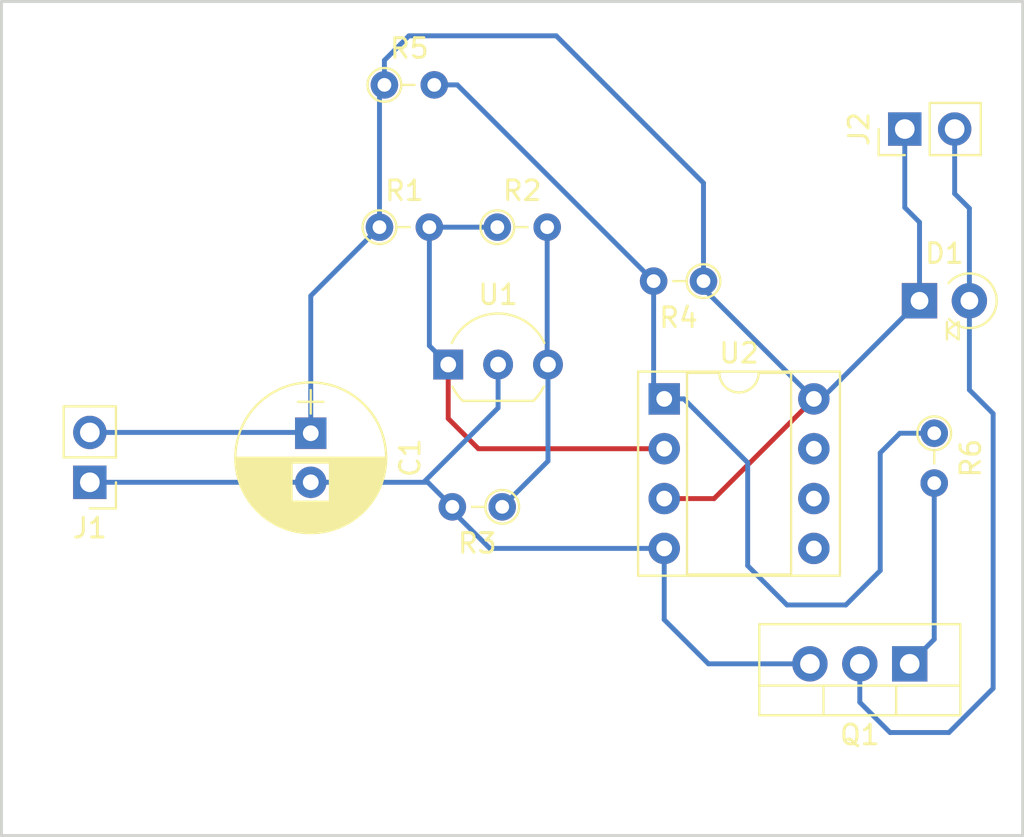
<source format=kicad_pcb>
(kicad_pcb (version 4) (host pcbnew 4.0.7)

  (general
    (links 24)
    (no_connects 0)
    (area 93.924999 75.924999 146.075001 118.575001)
    (thickness 1.6)
    (drawings 4)
    (tracks 67)
    (zones 0)
    (modules 13)
    (nets 8)
  )

  (page A4)
  (layers
    (0 F.Cu signal)
    (31 B.Cu signal)
    (32 B.Adhes user)
    (33 F.Adhes user)
    (34 B.Paste user)
    (35 F.Paste user)
    (36 B.SilkS user)
    (37 F.SilkS user)
    (38 B.Mask user)
    (39 F.Mask user)
    (40 Dwgs.User user)
    (41 Cmts.User user)
    (42 Eco1.User user)
    (43 Eco2.User user)
    (44 Edge.Cuts user)
    (45 Margin user)
    (46 B.CrtYd user)
    (47 F.CrtYd user)
    (48 B.Fab user)
    (49 F.Fab user)
  )

  (setup
    (last_trace_width 0.25)
    (trace_clearance 0.2)
    (zone_clearance 0.508)
    (zone_45_only no)
    (trace_min 0.2)
    (segment_width 0.2)
    (edge_width 0.15)
    (via_size 0.6)
    (via_drill 0.4)
    (via_min_size 0.4)
    (via_min_drill 0.3)
    (uvia_size 0.3)
    (uvia_drill 0.1)
    (uvias_allowed no)
    (uvia_min_size 0.2)
    (uvia_min_drill 0.1)
    (pcb_text_width 0.3)
    (pcb_text_size 1.5 1.5)
    (mod_edge_width 0.15)
    (mod_text_size 1 1)
    (mod_text_width 0.15)
    (pad_size 1.524 1.524)
    (pad_drill 0.762)
    (pad_to_mask_clearance 0.2)
    (aux_axis_origin 0 0)
    (visible_elements FFFFFF7F)
    (pcbplotparams
      (layerselection 0x00030_80000001)
      (usegerberextensions false)
      (excludeedgelayer true)
      (linewidth 0.100000)
      (plotframeref false)
      (viasonmask false)
      (mode 1)
      (useauxorigin false)
      (hpglpennumber 1)
      (hpglpenspeed 20)
      (hpglpendiameter 15)
      (hpglpenoverlay 2)
      (psnegative false)
      (psa4output false)
      (plotreference true)
      (plotvalue true)
      (plotinvisibletext false)
      (padsonsilk false)
      (subtractmaskfromsilk false)
      (outputformat 1)
      (mirror false)
      (drillshape 1)
      (scaleselection 1)
      (outputdirectory ""))
  )

  (net 0 "")
  (net 1 VCC)
  (net 2 GND)
  (net 3 "Net-(D1-Pad2)")
  (net 4 "Net-(Q1-Pad1)")
  (net 5 "Net-(R1-Pad2)")
  (net 6 "Net-(R2-Pad2)")
  (net 7 "Net-(R4-Pad2)")

  (net_class Default "This is the default net class."
    (clearance 0.2)
    (trace_width 0.25)
    (via_dia 0.6)
    (via_drill 0.4)
    (uvia_dia 0.3)
    (uvia_drill 0.1)
    (add_net GND)
    (add_net "Net-(D1-Pad2)")
    (add_net "Net-(Q1-Pad1)")
    (add_net "Net-(R1-Pad2)")
    (add_net "Net-(R2-Pad2)")
    (add_net "Net-(R4-Pad2)")
    (add_net VCC)
  )

  (module Capacitors_THT:CP_Radial_D7.5mm_P2.50mm (layer F.Cu) (tedit 597BC7C2) (tstamp 5A33E5F7)
    (at 109.75 98 270)
    (descr "CP, Radial series, Radial, pin pitch=2.50mm, , diameter=7.5mm, Electrolytic Capacitor")
    (tags "CP Radial series Radial pin pitch 2.50mm  diameter 7.5mm Electrolytic Capacitor")
    (path /5A33F2DB)
    (fp_text reference C1 (at 1.25 -5.06 270) (layer F.SilkS)
      (effects (font (size 1 1) (thickness 0.15)))
    )
    (fp_text value CP (at 1.25 5.06 270) (layer F.Fab)
      (effects (font (size 1 1) (thickness 0.15)))
    )
    (fp_circle (center 1.25 0) (end 5 0) (layer F.Fab) (width 0.1))
    (fp_circle (center 1.25 0) (end 5.09 0) (layer F.SilkS) (width 0.12))
    (fp_line (start -2.2 0) (end -1 0) (layer F.Fab) (width 0.1))
    (fp_line (start -1.6 -0.65) (end -1.6 0.65) (layer F.Fab) (width 0.1))
    (fp_line (start 1.25 -3.8) (end 1.25 3.8) (layer F.SilkS) (width 0.12))
    (fp_line (start 1.29 -3.8) (end 1.29 3.8) (layer F.SilkS) (width 0.12))
    (fp_line (start 1.33 -3.8) (end 1.33 3.8) (layer F.SilkS) (width 0.12))
    (fp_line (start 1.37 -3.799) (end 1.37 3.799) (layer F.SilkS) (width 0.12))
    (fp_line (start 1.41 -3.797) (end 1.41 3.797) (layer F.SilkS) (width 0.12))
    (fp_line (start 1.45 -3.795) (end 1.45 3.795) (layer F.SilkS) (width 0.12))
    (fp_line (start 1.49 -3.793) (end 1.49 3.793) (layer F.SilkS) (width 0.12))
    (fp_line (start 1.53 -3.79) (end 1.53 -0.98) (layer F.SilkS) (width 0.12))
    (fp_line (start 1.53 0.98) (end 1.53 3.79) (layer F.SilkS) (width 0.12))
    (fp_line (start 1.57 -3.787) (end 1.57 -0.98) (layer F.SilkS) (width 0.12))
    (fp_line (start 1.57 0.98) (end 1.57 3.787) (layer F.SilkS) (width 0.12))
    (fp_line (start 1.61 -3.784) (end 1.61 -0.98) (layer F.SilkS) (width 0.12))
    (fp_line (start 1.61 0.98) (end 1.61 3.784) (layer F.SilkS) (width 0.12))
    (fp_line (start 1.65 -3.78) (end 1.65 -0.98) (layer F.SilkS) (width 0.12))
    (fp_line (start 1.65 0.98) (end 1.65 3.78) (layer F.SilkS) (width 0.12))
    (fp_line (start 1.69 -3.775) (end 1.69 -0.98) (layer F.SilkS) (width 0.12))
    (fp_line (start 1.69 0.98) (end 1.69 3.775) (layer F.SilkS) (width 0.12))
    (fp_line (start 1.73 -3.77) (end 1.73 -0.98) (layer F.SilkS) (width 0.12))
    (fp_line (start 1.73 0.98) (end 1.73 3.77) (layer F.SilkS) (width 0.12))
    (fp_line (start 1.77 -3.765) (end 1.77 -0.98) (layer F.SilkS) (width 0.12))
    (fp_line (start 1.77 0.98) (end 1.77 3.765) (layer F.SilkS) (width 0.12))
    (fp_line (start 1.81 -3.759) (end 1.81 -0.98) (layer F.SilkS) (width 0.12))
    (fp_line (start 1.81 0.98) (end 1.81 3.759) (layer F.SilkS) (width 0.12))
    (fp_line (start 1.85 -3.753) (end 1.85 -0.98) (layer F.SilkS) (width 0.12))
    (fp_line (start 1.85 0.98) (end 1.85 3.753) (layer F.SilkS) (width 0.12))
    (fp_line (start 1.89 -3.747) (end 1.89 -0.98) (layer F.SilkS) (width 0.12))
    (fp_line (start 1.89 0.98) (end 1.89 3.747) (layer F.SilkS) (width 0.12))
    (fp_line (start 1.93 -3.74) (end 1.93 -0.98) (layer F.SilkS) (width 0.12))
    (fp_line (start 1.93 0.98) (end 1.93 3.74) (layer F.SilkS) (width 0.12))
    (fp_line (start 1.971 -3.732) (end 1.971 -0.98) (layer F.SilkS) (width 0.12))
    (fp_line (start 1.971 0.98) (end 1.971 3.732) (layer F.SilkS) (width 0.12))
    (fp_line (start 2.011 -3.725) (end 2.011 -0.98) (layer F.SilkS) (width 0.12))
    (fp_line (start 2.011 0.98) (end 2.011 3.725) (layer F.SilkS) (width 0.12))
    (fp_line (start 2.051 -3.716) (end 2.051 -0.98) (layer F.SilkS) (width 0.12))
    (fp_line (start 2.051 0.98) (end 2.051 3.716) (layer F.SilkS) (width 0.12))
    (fp_line (start 2.091 -3.707) (end 2.091 -0.98) (layer F.SilkS) (width 0.12))
    (fp_line (start 2.091 0.98) (end 2.091 3.707) (layer F.SilkS) (width 0.12))
    (fp_line (start 2.131 -3.698) (end 2.131 -0.98) (layer F.SilkS) (width 0.12))
    (fp_line (start 2.131 0.98) (end 2.131 3.698) (layer F.SilkS) (width 0.12))
    (fp_line (start 2.171 -3.689) (end 2.171 -0.98) (layer F.SilkS) (width 0.12))
    (fp_line (start 2.171 0.98) (end 2.171 3.689) (layer F.SilkS) (width 0.12))
    (fp_line (start 2.211 -3.679) (end 2.211 -0.98) (layer F.SilkS) (width 0.12))
    (fp_line (start 2.211 0.98) (end 2.211 3.679) (layer F.SilkS) (width 0.12))
    (fp_line (start 2.251 -3.668) (end 2.251 -0.98) (layer F.SilkS) (width 0.12))
    (fp_line (start 2.251 0.98) (end 2.251 3.668) (layer F.SilkS) (width 0.12))
    (fp_line (start 2.291 -3.657) (end 2.291 -0.98) (layer F.SilkS) (width 0.12))
    (fp_line (start 2.291 0.98) (end 2.291 3.657) (layer F.SilkS) (width 0.12))
    (fp_line (start 2.331 -3.645) (end 2.331 -0.98) (layer F.SilkS) (width 0.12))
    (fp_line (start 2.331 0.98) (end 2.331 3.645) (layer F.SilkS) (width 0.12))
    (fp_line (start 2.371 -3.634) (end 2.371 -0.98) (layer F.SilkS) (width 0.12))
    (fp_line (start 2.371 0.98) (end 2.371 3.634) (layer F.SilkS) (width 0.12))
    (fp_line (start 2.411 -3.621) (end 2.411 -0.98) (layer F.SilkS) (width 0.12))
    (fp_line (start 2.411 0.98) (end 2.411 3.621) (layer F.SilkS) (width 0.12))
    (fp_line (start 2.451 -3.608) (end 2.451 -0.98) (layer F.SilkS) (width 0.12))
    (fp_line (start 2.451 0.98) (end 2.451 3.608) (layer F.SilkS) (width 0.12))
    (fp_line (start 2.491 -3.595) (end 2.491 -0.98) (layer F.SilkS) (width 0.12))
    (fp_line (start 2.491 0.98) (end 2.491 3.595) (layer F.SilkS) (width 0.12))
    (fp_line (start 2.531 -3.581) (end 2.531 -0.98) (layer F.SilkS) (width 0.12))
    (fp_line (start 2.531 0.98) (end 2.531 3.581) (layer F.SilkS) (width 0.12))
    (fp_line (start 2.571 -3.566) (end 2.571 -0.98) (layer F.SilkS) (width 0.12))
    (fp_line (start 2.571 0.98) (end 2.571 3.566) (layer F.SilkS) (width 0.12))
    (fp_line (start 2.611 -3.552) (end 2.611 -0.98) (layer F.SilkS) (width 0.12))
    (fp_line (start 2.611 0.98) (end 2.611 3.552) (layer F.SilkS) (width 0.12))
    (fp_line (start 2.651 -3.536) (end 2.651 -0.98) (layer F.SilkS) (width 0.12))
    (fp_line (start 2.651 0.98) (end 2.651 3.536) (layer F.SilkS) (width 0.12))
    (fp_line (start 2.691 -3.52) (end 2.691 -0.98) (layer F.SilkS) (width 0.12))
    (fp_line (start 2.691 0.98) (end 2.691 3.52) (layer F.SilkS) (width 0.12))
    (fp_line (start 2.731 -3.504) (end 2.731 -0.98) (layer F.SilkS) (width 0.12))
    (fp_line (start 2.731 0.98) (end 2.731 3.504) (layer F.SilkS) (width 0.12))
    (fp_line (start 2.771 -3.487) (end 2.771 -0.98) (layer F.SilkS) (width 0.12))
    (fp_line (start 2.771 0.98) (end 2.771 3.487) (layer F.SilkS) (width 0.12))
    (fp_line (start 2.811 -3.469) (end 2.811 -0.98) (layer F.SilkS) (width 0.12))
    (fp_line (start 2.811 0.98) (end 2.811 3.469) (layer F.SilkS) (width 0.12))
    (fp_line (start 2.851 -3.451) (end 2.851 -0.98) (layer F.SilkS) (width 0.12))
    (fp_line (start 2.851 0.98) (end 2.851 3.451) (layer F.SilkS) (width 0.12))
    (fp_line (start 2.891 -3.433) (end 2.891 -0.98) (layer F.SilkS) (width 0.12))
    (fp_line (start 2.891 0.98) (end 2.891 3.433) (layer F.SilkS) (width 0.12))
    (fp_line (start 2.931 -3.413) (end 2.931 -0.98) (layer F.SilkS) (width 0.12))
    (fp_line (start 2.931 0.98) (end 2.931 3.413) (layer F.SilkS) (width 0.12))
    (fp_line (start 2.971 -3.394) (end 2.971 -0.98) (layer F.SilkS) (width 0.12))
    (fp_line (start 2.971 0.98) (end 2.971 3.394) (layer F.SilkS) (width 0.12))
    (fp_line (start 3.011 -3.373) (end 3.011 -0.98) (layer F.SilkS) (width 0.12))
    (fp_line (start 3.011 0.98) (end 3.011 3.373) (layer F.SilkS) (width 0.12))
    (fp_line (start 3.051 -3.352) (end 3.051 -0.98) (layer F.SilkS) (width 0.12))
    (fp_line (start 3.051 0.98) (end 3.051 3.352) (layer F.SilkS) (width 0.12))
    (fp_line (start 3.091 -3.331) (end 3.091 -0.98) (layer F.SilkS) (width 0.12))
    (fp_line (start 3.091 0.98) (end 3.091 3.331) (layer F.SilkS) (width 0.12))
    (fp_line (start 3.131 -3.309) (end 3.131 -0.98) (layer F.SilkS) (width 0.12))
    (fp_line (start 3.131 0.98) (end 3.131 3.309) (layer F.SilkS) (width 0.12))
    (fp_line (start 3.171 -3.286) (end 3.171 -0.98) (layer F.SilkS) (width 0.12))
    (fp_line (start 3.171 0.98) (end 3.171 3.286) (layer F.SilkS) (width 0.12))
    (fp_line (start 3.211 -3.263) (end 3.211 -0.98) (layer F.SilkS) (width 0.12))
    (fp_line (start 3.211 0.98) (end 3.211 3.263) (layer F.SilkS) (width 0.12))
    (fp_line (start 3.251 -3.239) (end 3.251 -0.98) (layer F.SilkS) (width 0.12))
    (fp_line (start 3.251 0.98) (end 3.251 3.239) (layer F.SilkS) (width 0.12))
    (fp_line (start 3.291 -3.214) (end 3.291 -0.98) (layer F.SilkS) (width 0.12))
    (fp_line (start 3.291 0.98) (end 3.291 3.214) (layer F.SilkS) (width 0.12))
    (fp_line (start 3.331 -3.188) (end 3.331 -0.98) (layer F.SilkS) (width 0.12))
    (fp_line (start 3.331 0.98) (end 3.331 3.188) (layer F.SilkS) (width 0.12))
    (fp_line (start 3.371 -3.162) (end 3.371 -0.98) (layer F.SilkS) (width 0.12))
    (fp_line (start 3.371 0.98) (end 3.371 3.162) (layer F.SilkS) (width 0.12))
    (fp_line (start 3.411 -3.135) (end 3.411 -0.98) (layer F.SilkS) (width 0.12))
    (fp_line (start 3.411 0.98) (end 3.411 3.135) (layer F.SilkS) (width 0.12))
    (fp_line (start 3.451 -3.108) (end 3.451 -0.98) (layer F.SilkS) (width 0.12))
    (fp_line (start 3.451 0.98) (end 3.451 3.108) (layer F.SilkS) (width 0.12))
    (fp_line (start 3.491 -3.079) (end 3.491 3.079) (layer F.SilkS) (width 0.12))
    (fp_line (start 3.531 -3.05) (end 3.531 3.05) (layer F.SilkS) (width 0.12))
    (fp_line (start 3.571 -3.02) (end 3.571 3.02) (layer F.SilkS) (width 0.12))
    (fp_line (start 3.611 -2.99) (end 3.611 2.99) (layer F.SilkS) (width 0.12))
    (fp_line (start 3.651 -2.958) (end 3.651 2.958) (layer F.SilkS) (width 0.12))
    (fp_line (start 3.691 -2.926) (end 3.691 2.926) (layer F.SilkS) (width 0.12))
    (fp_line (start 3.731 -2.892) (end 3.731 2.892) (layer F.SilkS) (width 0.12))
    (fp_line (start 3.771 -2.858) (end 3.771 2.858) (layer F.SilkS) (width 0.12))
    (fp_line (start 3.811 -2.823) (end 3.811 2.823) (layer F.SilkS) (width 0.12))
    (fp_line (start 3.851 -2.786) (end 3.851 2.786) (layer F.SilkS) (width 0.12))
    (fp_line (start 3.891 -2.749) (end 3.891 2.749) (layer F.SilkS) (width 0.12))
    (fp_line (start 3.931 -2.711) (end 3.931 2.711) (layer F.SilkS) (width 0.12))
    (fp_line (start 3.971 -2.671) (end 3.971 2.671) (layer F.SilkS) (width 0.12))
    (fp_line (start 4.011 -2.63) (end 4.011 2.63) (layer F.SilkS) (width 0.12))
    (fp_line (start 4.051 -2.588) (end 4.051 2.588) (layer F.SilkS) (width 0.12))
    (fp_line (start 4.091 -2.545) (end 4.091 2.545) (layer F.SilkS) (width 0.12))
    (fp_line (start 4.131 -2.5) (end 4.131 2.5) (layer F.SilkS) (width 0.12))
    (fp_line (start 4.171 -2.454) (end 4.171 2.454) (layer F.SilkS) (width 0.12))
    (fp_line (start 4.211 -2.407) (end 4.211 2.407) (layer F.SilkS) (width 0.12))
    (fp_line (start 4.251 -2.357) (end 4.251 2.357) (layer F.SilkS) (width 0.12))
    (fp_line (start 4.291 -2.307) (end 4.291 2.307) (layer F.SilkS) (width 0.12))
    (fp_line (start 4.331 -2.254) (end 4.331 2.254) (layer F.SilkS) (width 0.12))
    (fp_line (start 4.371 -2.199) (end 4.371 2.199) (layer F.SilkS) (width 0.12))
    (fp_line (start 4.411 -2.142) (end 4.411 2.142) (layer F.SilkS) (width 0.12))
    (fp_line (start 4.451 -2.083) (end 4.451 2.083) (layer F.SilkS) (width 0.12))
    (fp_line (start 4.491 -2.022) (end 4.491 2.022) (layer F.SilkS) (width 0.12))
    (fp_line (start 4.531 -1.957) (end 4.531 1.957) (layer F.SilkS) (width 0.12))
    (fp_line (start 4.571 -1.89) (end 4.571 1.89) (layer F.SilkS) (width 0.12))
    (fp_line (start 4.611 -1.82) (end 4.611 1.82) (layer F.SilkS) (width 0.12))
    (fp_line (start 4.651 -1.745) (end 4.651 1.745) (layer F.SilkS) (width 0.12))
    (fp_line (start 4.691 -1.667) (end 4.691 1.667) (layer F.SilkS) (width 0.12))
    (fp_line (start 4.731 -1.584) (end 4.731 1.584) (layer F.SilkS) (width 0.12))
    (fp_line (start 4.771 -1.495) (end 4.771 1.495) (layer F.SilkS) (width 0.12))
    (fp_line (start 4.811 -1.4) (end 4.811 1.4) (layer F.SilkS) (width 0.12))
    (fp_line (start 4.851 -1.297) (end 4.851 1.297) (layer F.SilkS) (width 0.12))
    (fp_line (start 4.891 -1.184) (end 4.891 1.184) (layer F.SilkS) (width 0.12))
    (fp_line (start 4.931 -1.057) (end 4.931 1.057) (layer F.SilkS) (width 0.12))
    (fp_line (start 4.971 -0.913) (end 4.971 0.913) (layer F.SilkS) (width 0.12))
    (fp_line (start 5.011 -0.74) (end 5.011 0.74) (layer F.SilkS) (width 0.12))
    (fp_line (start 5.051 -0.513) (end 5.051 0.513) (layer F.SilkS) (width 0.12))
    (fp_line (start -2.2 0) (end -1 0) (layer F.SilkS) (width 0.12))
    (fp_line (start -1.6 -0.65) (end -1.6 0.65) (layer F.SilkS) (width 0.12))
    (fp_line (start -2.85 -4.1) (end -2.85 4.1) (layer F.CrtYd) (width 0.05))
    (fp_line (start -2.85 4.1) (end 5.35 4.1) (layer F.CrtYd) (width 0.05))
    (fp_line (start 5.35 4.1) (end 5.35 -4.1) (layer F.CrtYd) (width 0.05))
    (fp_line (start 5.35 -4.1) (end -2.85 -4.1) (layer F.CrtYd) (width 0.05))
    (fp_text user %R (at 1.25 0 270) (layer F.Fab)
      (effects (font (size 1 1) (thickness 0.15)))
    )
    (pad 1 thru_hole rect (at 0 0 270) (size 1.6 1.6) (drill 0.8) (layers *.Cu *.Mask)
      (net 1 VCC))
    (pad 2 thru_hole circle (at 2.5 0 270) (size 1.6 1.6) (drill 0.8) (layers *.Cu *.Mask)
      (net 2 GND))
    (model ${KISYS3DMOD}/Capacitors_THT.3dshapes/CP_Radial_D7.5mm_P2.50mm.wrl
      (at (xyz 0 0 0))
      (scale (xyz 1 1 1))
      (rotate (xyz 0 0 0))
    )
  )

  (module Diodes_THT:D_A-405_P2.54mm_Vertical_KathodeUp (layer F.Cu) (tedit 5921392E) (tstamp 5A33E60A)
    (at 140.75 91.25)
    (descr "D, A-405 series, Axial, Vertical, pin pitch=2.54mm, , length*diameter=5.2*2.7mm^2, , http://www.diodes.com/_files/packages/A-405.pdf")
    (tags "D A-405 series Axial Vertical pin pitch 2.54mm  length 5.2mm diameter 2.7mm")
    (path /5A33E44D)
    (fp_text reference D1 (at 1.27 -2.41) (layer F.SilkS)
      (effects (font (size 1 1) (thickness 0.15)))
    )
    (fp_text value D (at 1.27 3.299) (layer F.Fab)
      (effects (font (size 1 1) (thickness 0.15)))
    )
    (fp_text user K (at -1.6 0) (layer F.Fab)
      (effects (font (size 1 1) (thickness 0.15)))
    )
    (fp_text user %R (at 1.27 0) (layer F.Fab)
      (effects (font (size 1 1) (thickness 0.15)))
    )
    (fp_line (start 0 0) (end 2.54 0) (layer F.Fab) (width 0.1))
    (fp_line (start 1.397 1.08) (end 1.397 1.969) (layer F.SilkS) (width 0.12))
    (fp_line (start 1.397 1.5245) (end 1.989667 1.08) (layer F.SilkS) (width 0.12))
    (fp_line (start 1.989667 1.08) (end 1.989667 1.969) (layer F.SilkS) (width 0.12))
    (fp_line (start 1.989667 1.969) (end 1.397 1.5245) (layer F.SilkS) (width 0.12))
    (fp_line (start -1.25 -1.7) (end -1.25 1.7) (layer F.CrtYd) (width 0.05))
    (fp_line (start -1.25 1.7) (end 4.2 1.7) (layer F.CrtYd) (width 0.05))
    (fp_line (start 4.2 1.7) (end 4.2 -1.7) (layer F.CrtYd) (width 0.05))
    (fp_line (start 4.2 -1.7) (end -1.25 -1.7) (layer F.CrtYd) (width 0.05))
    (fp_circle (center 2.54 0) (end 3.89 0) (layer F.Fab) (width 0.1))
    (fp_arc (start 2.54 0) (end 1.480189 -0.9) (angle 277.5) (layer F.SilkS) (width 0.12))
    (pad 1 thru_hole rect (at 0 0) (size 1.8 1.8) (drill 0.9) (layers *.Cu *.Mask)
      (net 1 VCC))
    (pad 2 thru_hole oval (at 2.54 0) (size 1.8 1.8) (drill 0.9) (layers *.Cu *.Mask)
      (net 3 "Net-(D1-Pad2)"))
    (model ${KISYS3DMOD}/Diodes_THT.3dshapes/D_A-405_P2.54mm_Vertical_KathodeUp.wrl
      (at (xyz 0 0 0))
      (scale (xyz 0.393701 0.393701 0.393701))
      (rotate (xyz 0 0 0))
    )
  )

  (module Socket_Strips:Socket_Strip_Straight_1x02_Pitch2.54mm (layer F.Cu) (tedit 58CD5446) (tstamp 5A33E61F)
    (at 98.5 100.5 180)
    (descr "Through hole straight socket strip, 1x02, 2.54mm pitch, single row")
    (tags "Through hole socket strip THT 1x02 2.54mm single row")
    (path /5A33EC8D)
    (fp_text reference J1 (at 0 -2.33 180) (layer F.SilkS)
      (effects (font (size 1 1) (thickness 0.15)))
    )
    (fp_text value BATTERY (at 0 4.87 180) (layer F.Fab)
      (effects (font (size 1 1) (thickness 0.15)))
    )
    (fp_line (start -1.27 -1.27) (end -1.27 3.81) (layer F.Fab) (width 0.1))
    (fp_line (start -1.27 3.81) (end 1.27 3.81) (layer F.Fab) (width 0.1))
    (fp_line (start 1.27 3.81) (end 1.27 -1.27) (layer F.Fab) (width 0.1))
    (fp_line (start 1.27 -1.27) (end -1.27 -1.27) (layer F.Fab) (width 0.1))
    (fp_line (start -1.33 1.27) (end -1.33 3.87) (layer F.SilkS) (width 0.12))
    (fp_line (start -1.33 3.87) (end 1.33 3.87) (layer F.SilkS) (width 0.12))
    (fp_line (start 1.33 3.87) (end 1.33 1.27) (layer F.SilkS) (width 0.12))
    (fp_line (start 1.33 1.27) (end -1.33 1.27) (layer F.SilkS) (width 0.12))
    (fp_line (start -1.33 0) (end -1.33 -1.33) (layer F.SilkS) (width 0.12))
    (fp_line (start -1.33 -1.33) (end 0 -1.33) (layer F.SilkS) (width 0.12))
    (fp_line (start -1.8 -1.8) (end -1.8 4.35) (layer F.CrtYd) (width 0.05))
    (fp_line (start -1.8 4.35) (end 1.8 4.35) (layer F.CrtYd) (width 0.05))
    (fp_line (start 1.8 4.35) (end 1.8 -1.8) (layer F.CrtYd) (width 0.05))
    (fp_line (start 1.8 -1.8) (end -1.8 -1.8) (layer F.CrtYd) (width 0.05))
    (fp_text user %R (at 0 -2.33 180) (layer F.Fab)
      (effects (font (size 1 1) (thickness 0.15)))
    )
    (pad 1 thru_hole rect (at 0 0 180) (size 1.7 1.7) (drill 1) (layers *.Cu *.Mask)
      (net 2 GND))
    (pad 2 thru_hole oval (at 0 2.54 180) (size 1.7 1.7) (drill 1) (layers *.Cu *.Mask)
      (net 1 VCC))
    (model ${KISYS3DMOD}/Socket_Strips.3dshapes/Socket_Strip_Straight_1x02_Pitch2.54mm.wrl
      (at (xyz 0 -0.05 0))
      (scale (xyz 1 1 1))
      (rotate (xyz 0 0 270))
    )
  )

  (module Socket_Strips:Socket_Strip_Straight_1x02_Pitch2.54mm (layer F.Cu) (tedit 58CD5446) (tstamp 5A33E634)
    (at 140 82.5 90)
    (descr "Through hole straight socket strip, 1x02, 2.54mm pitch, single row")
    (tags "Through hole socket strip THT 1x02 2.54mm single row")
    (path /5A33E8AB)
    (fp_text reference J2 (at 0 -2.33 90) (layer F.SilkS)
      (effects (font (size 1 1) (thickness 0.15)))
    )
    (fp_text value OUTPUT (at 0 4.87 90) (layer F.Fab)
      (effects (font (size 1 1) (thickness 0.15)))
    )
    (fp_line (start -1.27 -1.27) (end -1.27 3.81) (layer F.Fab) (width 0.1))
    (fp_line (start -1.27 3.81) (end 1.27 3.81) (layer F.Fab) (width 0.1))
    (fp_line (start 1.27 3.81) (end 1.27 -1.27) (layer F.Fab) (width 0.1))
    (fp_line (start 1.27 -1.27) (end -1.27 -1.27) (layer F.Fab) (width 0.1))
    (fp_line (start -1.33 1.27) (end -1.33 3.87) (layer F.SilkS) (width 0.12))
    (fp_line (start -1.33 3.87) (end 1.33 3.87) (layer F.SilkS) (width 0.12))
    (fp_line (start 1.33 3.87) (end 1.33 1.27) (layer F.SilkS) (width 0.12))
    (fp_line (start 1.33 1.27) (end -1.33 1.27) (layer F.SilkS) (width 0.12))
    (fp_line (start -1.33 0) (end -1.33 -1.33) (layer F.SilkS) (width 0.12))
    (fp_line (start -1.33 -1.33) (end 0 -1.33) (layer F.SilkS) (width 0.12))
    (fp_line (start -1.8 -1.8) (end -1.8 4.35) (layer F.CrtYd) (width 0.05))
    (fp_line (start -1.8 4.35) (end 1.8 4.35) (layer F.CrtYd) (width 0.05))
    (fp_line (start 1.8 4.35) (end 1.8 -1.8) (layer F.CrtYd) (width 0.05))
    (fp_line (start 1.8 -1.8) (end -1.8 -1.8) (layer F.CrtYd) (width 0.05))
    (fp_text user %R (at 0 -2.33 90) (layer F.Fab)
      (effects (font (size 1 1) (thickness 0.15)))
    )
    (pad 1 thru_hole rect (at 0 0 90) (size 1.7 1.7) (drill 1) (layers *.Cu *.Mask)
      (net 1 VCC))
    (pad 2 thru_hole oval (at 0 2.54 90) (size 1.7 1.7) (drill 1) (layers *.Cu *.Mask)
      (net 3 "Net-(D1-Pad2)"))
    (model ${KISYS3DMOD}/Socket_Strips.3dshapes/Socket_Strip_Straight_1x02_Pitch2.54mm.wrl
      (at (xyz 0 -0.05 0))
      (scale (xyz 1 1 1))
      (rotate (xyz 0 0 270))
    )
  )

  (module TO_SOT_Packages_THT:TO-220-3_Vertical (layer F.Cu) (tedit 58CE52AD) (tstamp 5A33E64E)
    (at 140.25 109.75 180)
    (descr "TO-220-3, Vertical, RM 2.54mm")
    (tags "TO-220-3 Vertical RM 2.54mm")
    (path /5A33E060)
    (fp_text reference Q1 (at 2.54 -3.62 180) (layer F.SilkS)
      (effects (font (size 1 1) (thickness 0.15)))
    )
    (fp_text value IRF540N (at 2.54 3.92 180) (layer F.Fab)
      (effects (font (size 1 1) (thickness 0.15)))
    )
    (fp_text user %R (at 2.54 -3.62 180) (layer F.Fab)
      (effects (font (size 1 1) (thickness 0.15)))
    )
    (fp_line (start -2.46 -2.5) (end -2.46 1.9) (layer F.Fab) (width 0.1))
    (fp_line (start -2.46 1.9) (end 7.54 1.9) (layer F.Fab) (width 0.1))
    (fp_line (start 7.54 1.9) (end 7.54 -2.5) (layer F.Fab) (width 0.1))
    (fp_line (start 7.54 -2.5) (end -2.46 -2.5) (layer F.Fab) (width 0.1))
    (fp_line (start -2.46 -1.23) (end 7.54 -1.23) (layer F.Fab) (width 0.1))
    (fp_line (start 0.69 -2.5) (end 0.69 -1.23) (layer F.Fab) (width 0.1))
    (fp_line (start 4.39 -2.5) (end 4.39 -1.23) (layer F.Fab) (width 0.1))
    (fp_line (start -2.58 -2.62) (end 7.66 -2.62) (layer F.SilkS) (width 0.12))
    (fp_line (start -2.58 2.021) (end 7.66 2.021) (layer F.SilkS) (width 0.12))
    (fp_line (start -2.58 -2.62) (end -2.58 2.021) (layer F.SilkS) (width 0.12))
    (fp_line (start 7.66 -2.62) (end 7.66 2.021) (layer F.SilkS) (width 0.12))
    (fp_line (start -2.58 -1.11) (end 7.66 -1.11) (layer F.SilkS) (width 0.12))
    (fp_line (start 0.69 -2.62) (end 0.69 -1.11) (layer F.SilkS) (width 0.12))
    (fp_line (start 4.391 -2.62) (end 4.391 -1.11) (layer F.SilkS) (width 0.12))
    (fp_line (start -2.71 -2.75) (end -2.71 2.16) (layer F.CrtYd) (width 0.05))
    (fp_line (start -2.71 2.16) (end 7.79 2.16) (layer F.CrtYd) (width 0.05))
    (fp_line (start 7.79 2.16) (end 7.79 -2.75) (layer F.CrtYd) (width 0.05))
    (fp_line (start 7.79 -2.75) (end -2.71 -2.75) (layer F.CrtYd) (width 0.05))
    (pad 1 thru_hole rect (at 0 0 180) (size 1.8 1.8) (drill 1) (layers *.Cu *.Mask)
      (net 4 "Net-(Q1-Pad1)"))
    (pad 2 thru_hole oval (at 2.54 0 180) (size 1.8 1.8) (drill 1) (layers *.Cu *.Mask)
      (net 3 "Net-(D1-Pad2)"))
    (pad 3 thru_hole oval (at 5.08 0 180) (size 1.8 1.8) (drill 1) (layers *.Cu *.Mask)
      (net 2 GND))
    (model ${KISYS3DMOD}/TO_SOT_Packages_THT.3dshapes/TO-220-3_Vertical.wrl
      (at (xyz 0.1 0 0))
      (scale (xyz 0.393701 0.393701 0.393701))
      (rotate (xyz 0 0 0))
    )
  )

  (module Resistors_THT:R_Axial_DIN0204_L3.6mm_D1.6mm_P2.54mm_Vertical (layer F.Cu) (tedit 5874F706) (tstamp 5A33E65C)
    (at 113.25 87.5)
    (descr "Resistor, Axial_DIN0204 series, Axial, Vertical, pin pitch=2.54mm, 0.16666666666666666W = 1/6W, length*diameter=3.6*1.6mm^2, http://cdn-reichelt.de/documents/datenblatt/B400/1_4W%23YAG.pdf")
    (tags "Resistor Axial_DIN0204 series Axial Vertical pin pitch 2.54mm 0.16666666666666666W = 1/6W length 3.6mm diameter 1.6mm")
    (path /5A33E080)
    (fp_text reference R1 (at 1.27 -1.86) (layer F.SilkS)
      (effects (font (size 1 1) (thickness 0.15)))
    )
    (fp_text value R_in (at 1.27 1.86) (layer F.Fab)
      (effects (font (size 1 1) (thickness 0.15)))
    )
    (fp_circle (center 0 0) (end 0.8 0) (layer F.Fab) (width 0.1))
    (fp_circle (center 0 0) (end 0.86 0) (layer F.SilkS) (width 0.12))
    (fp_line (start 0 0) (end 2.54 0) (layer F.Fab) (width 0.1))
    (fp_line (start 0.86 0) (end 1.54 0) (layer F.SilkS) (width 0.12))
    (fp_line (start -1.15 -1.15) (end -1.15 1.15) (layer F.CrtYd) (width 0.05))
    (fp_line (start -1.15 1.15) (end 3.55 1.15) (layer F.CrtYd) (width 0.05))
    (fp_line (start 3.55 1.15) (end 3.55 -1.15) (layer F.CrtYd) (width 0.05))
    (fp_line (start 3.55 -1.15) (end -1.15 -1.15) (layer F.CrtYd) (width 0.05))
    (pad 1 thru_hole circle (at 0 0) (size 1.4 1.4) (drill 0.7) (layers *.Cu *.Mask)
      (net 1 VCC))
    (pad 2 thru_hole oval (at 2.54 0) (size 1.4 1.4) (drill 0.7) (layers *.Cu *.Mask)
      (net 5 "Net-(R1-Pad2)"))
    (model ${KISYS3DMOD}/Resistors_THT.3dshapes/R_Axial_DIN0204_L3.6mm_D1.6mm_P2.54mm_Vertical.wrl
      (at (xyz 0 0 0))
      (scale (xyz 0.393701 0.393701 0.393701))
      (rotate (xyz 0 0 0))
    )
  )

  (module Resistors_THT:R_Axial_DIN0204_L3.6mm_D1.6mm_P2.54mm_Vertical (layer F.Cu) (tedit 5874F706) (tstamp 5A33E66A)
    (at 119.25 87.5)
    (descr "Resistor, Axial_DIN0204 series, Axial, Vertical, pin pitch=2.54mm, 0.16666666666666666W = 1/6W, length*diameter=3.6*1.6mm^2, http://cdn-reichelt.de/documents/datenblatt/B400/1_4W%23YAG.pdf")
    (tags "Resistor Axial_DIN0204 series Axial Vertical pin pitch 2.54mm 0.16666666666666666W = 1/6W length 3.6mm diameter 1.6mm")
    (path /5A33E030)
    (fp_text reference R2 (at 1.27 -1.86) (layer F.SilkS)
      (effects (font (size 1 1) (thickness 0.15)))
    )
    (fp_text value R_k (at 1.27 1.86) (layer F.Fab)
      (effects (font (size 1 1) (thickness 0.15)))
    )
    (fp_circle (center 0 0) (end 0.8 0) (layer F.Fab) (width 0.1))
    (fp_circle (center 0 0) (end 0.86 0) (layer F.SilkS) (width 0.12))
    (fp_line (start 0 0) (end 2.54 0) (layer F.Fab) (width 0.1))
    (fp_line (start 0.86 0) (end 1.54 0) (layer F.SilkS) (width 0.12))
    (fp_line (start -1.15 -1.15) (end -1.15 1.15) (layer F.CrtYd) (width 0.05))
    (fp_line (start -1.15 1.15) (end 3.55 1.15) (layer F.CrtYd) (width 0.05))
    (fp_line (start 3.55 1.15) (end 3.55 -1.15) (layer F.CrtYd) (width 0.05))
    (fp_line (start 3.55 -1.15) (end -1.15 -1.15) (layer F.CrtYd) (width 0.05))
    (pad 1 thru_hole circle (at 0 0) (size 1.4 1.4) (drill 0.7) (layers *.Cu *.Mask)
      (net 5 "Net-(R1-Pad2)"))
    (pad 2 thru_hole oval (at 2.54 0) (size 1.4 1.4) (drill 0.7) (layers *.Cu *.Mask)
      (net 6 "Net-(R2-Pad2)"))
    (model ${KISYS3DMOD}/Resistors_THT.3dshapes/R_Axial_DIN0204_L3.6mm_D1.6mm_P2.54mm_Vertical.wrl
      (at (xyz 0 0 0))
      (scale (xyz 0.393701 0.393701 0.393701))
      (rotate (xyz 0 0 0))
    )
  )

  (module Resistors_THT:R_Axial_DIN0204_L3.6mm_D1.6mm_P2.54mm_Vertical (layer F.Cu) (tedit 5874F706) (tstamp 5A33E678)
    (at 119.5 101.75 180)
    (descr "Resistor, Axial_DIN0204 series, Axial, Vertical, pin pitch=2.54mm, 0.16666666666666666W = 1/6W, length*diameter=3.6*1.6mm^2, http://cdn-reichelt.de/documents/datenblatt/B400/1_4W%23YAG.pdf")
    (tags "Resistor Axial_DIN0204 series Axial Vertical pin pitch 2.54mm 0.16666666666666666W = 1/6W length 3.6mm diameter 1.6mm")
    (path /5A33DF97)
    (fp_text reference R3 (at 1.27 -1.86 180) (layer F.SilkS)
      (effects (font (size 1 1) (thickness 0.15)))
    )
    (fp_text value R_a (at 1.27 1.86 180) (layer F.Fab)
      (effects (font (size 1 1) (thickness 0.15)))
    )
    (fp_circle (center 0 0) (end 0.8 0) (layer F.Fab) (width 0.1))
    (fp_circle (center 0 0) (end 0.86 0) (layer F.SilkS) (width 0.12))
    (fp_line (start 0 0) (end 2.54 0) (layer F.Fab) (width 0.1))
    (fp_line (start 0.86 0) (end 1.54 0) (layer F.SilkS) (width 0.12))
    (fp_line (start -1.15 -1.15) (end -1.15 1.15) (layer F.CrtYd) (width 0.05))
    (fp_line (start -1.15 1.15) (end 3.55 1.15) (layer F.CrtYd) (width 0.05))
    (fp_line (start 3.55 1.15) (end 3.55 -1.15) (layer F.CrtYd) (width 0.05))
    (fp_line (start 3.55 -1.15) (end -1.15 -1.15) (layer F.CrtYd) (width 0.05))
    (pad 1 thru_hole circle (at 0 0 180) (size 1.4 1.4) (drill 0.7) (layers *.Cu *.Mask)
      (net 6 "Net-(R2-Pad2)"))
    (pad 2 thru_hole oval (at 2.54 0 180) (size 1.4 1.4) (drill 0.7) (layers *.Cu *.Mask)
      (net 2 GND))
    (model ${KISYS3DMOD}/Resistors_THT.3dshapes/R_Axial_DIN0204_L3.6mm_D1.6mm_P2.54mm_Vertical.wrl
      (at (xyz 0 0 0))
      (scale (xyz 0.393701 0.393701 0.393701))
      (rotate (xyz 0 0 0))
    )
  )

  (module Resistors_THT:R_Axial_DIN0204_L3.6mm_D1.6mm_P2.54mm_Vertical (layer F.Cu) (tedit 5874F706) (tstamp 5A33E686)
    (at 129.75 90.25 180)
    (descr "Resistor, Axial_DIN0204 series, Axial, Vertical, pin pitch=2.54mm, 0.16666666666666666W = 1/6W, length*diameter=3.6*1.6mm^2, http://cdn-reichelt.de/documents/datenblatt/B400/1_4W%23YAG.pdf")
    (tags "Resistor Axial_DIN0204 series Axial Vertical pin pitch 2.54mm 0.16666666666666666W = 1/6W length 3.6mm diameter 1.6mm")
    (path /5A33E2BF)
    (fp_text reference R4 (at 1.27 -1.86 180) (layer F.SilkS)
      (effects (font (size 1 1) (thickness 0.15)))
    )
    (fp_text value R_hist (at 1.27 1.86 180) (layer F.Fab)
      (effects (font (size 1 1) (thickness 0.15)))
    )
    (fp_circle (center 0 0) (end 0.8 0) (layer F.Fab) (width 0.1))
    (fp_circle (center 0 0) (end 0.86 0) (layer F.SilkS) (width 0.12))
    (fp_line (start 0 0) (end 2.54 0) (layer F.Fab) (width 0.1))
    (fp_line (start 0.86 0) (end 1.54 0) (layer F.SilkS) (width 0.12))
    (fp_line (start -1.15 -1.15) (end -1.15 1.15) (layer F.CrtYd) (width 0.05))
    (fp_line (start -1.15 1.15) (end 3.55 1.15) (layer F.CrtYd) (width 0.05))
    (fp_line (start 3.55 1.15) (end 3.55 -1.15) (layer F.CrtYd) (width 0.05))
    (fp_line (start 3.55 -1.15) (end -1.15 -1.15) (layer F.CrtYd) (width 0.05))
    (pad 1 thru_hole circle (at 0 0 180) (size 1.4 1.4) (drill 0.7) (layers *.Cu *.Mask)
      (net 1 VCC))
    (pad 2 thru_hole oval (at 2.54 0 180) (size 1.4 1.4) (drill 0.7) (layers *.Cu *.Mask)
      (net 7 "Net-(R4-Pad2)"))
    (model ${KISYS3DMOD}/Resistors_THT.3dshapes/R_Axial_DIN0204_L3.6mm_D1.6mm_P2.54mm_Vertical.wrl
      (at (xyz 0 0 0))
      (scale (xyz 0.393701 0.393701 0.393701))
      (rotate (xyz 0 0 0))
    )
  )

  (module Resistors_THT:R_Axial_DIN0204_L3.6mm_D1.6mm_P2.54mm_Vertical (layer F.Cu) (tedit 5874F706) (tstamp 5A33E694)
    (at 113.5 80.25)
    (descr "Resistor, Axial_DIN0204 series, Axial, Vertical, pin pitch=2.54mm, 0.16666666666666666W = 1/6W, length*diameter=3.6*1.6mm^2, http://cdn-reichelt.de/documents/datenblatt/B400/1_4W%23YAG.pdf")
    (tags "Resistor Axial_DIN0204 series Axial Vertical pin pitch 2.54mm 0.16666666666666666W = 1/6W length 3.6mm diameter 1.6mm")
    (path /5A33E25B)
    (fp_text reference R5 (at 1.27 -1.86) (layer F.SilkS)
      (effects (font (size 1 1) (thickness 0.15)))
    )
    (fp_text value R_pull (at 1.27 1.86) (layer F.Fab)
      (effects (font (size 1 1) (thickness 0.15)))
    )
    (fp_circle (center 0 0) (end 0.8 0) (layer F.Fab) (width 0.1))
    (fp_circle (center 0 0) (end 0.86 0) (layer F.SilkS) (width 0.12))
    (fp_line (start 0 0) (end 2.54 0) (layer F.Fab) (width 0.1))
    (fp_line (start 0.86 0) (end 1.54 0) (layer F.SilkS) (width 0.12))
    (fp_line (start -1.15 -1.15) (end -1.15 1.15) (layer F.CrtYd) (width 0.05))
    (fp_line (start -1.15 1.15) (end 3.55 1.15) (layer F.CrtYd) (width 0.05))
    (fp_line (start 3.55 1.15) (end 3.55 -1.15) (layer F.CrtYd) (width 0.05))
    (fp_line (start 3.55 -1.15) (end -1.15 -1.15) (layer F.CrtYd) (width 0.05))
    (pad 1 thru_hole circle (at 0 0) (size 1.4 1.4) (drill 0.7) (layers *.Cu *.Mask)
      (net 1 VCC))
    (pad 2 thru_hole oval (at 2.54 0) (size 1.4 1.4) (drill 0.7) (layers *.Cu *.Mask)
      (net 7 "Net-(R4-Pad2)"))
    (model ${KISYS3DMOD}/Resistors_THT.3dshapes/R_Axial_DIN0204_L3.6mm_D1.6mm_P2.54mm_Vertical.wrl
      (at (xyz 0 0 0))
      (scale (xyz 0.393701 0.393701 0.393701))
      (rotate (xyz 0 0 0))
    )
  )

  (module Resistors_THT:R_Axial_DIN0204_L3.6mm_D1.6mm_P2.54mm_Vertical (layer F.Cu) (tedit 5874F706) (tstamp 5A33E6A2)
    (at 141.5 98 270)
    (descr "Resistor, Axial_DIN0204 series, Axial, Vertical, pin pitch=2.54mm, 0.16666666666666666W = 1/6W, length*diameter=3.6*1.6mm^2, http://cdn-reichelt.de/documents/datenblatt/B400/1_4W%23YAG.pdf")
    (tags "Resistor Axial_DIN0204 series Axial Vertical pin pitch 2.54mm 0.16666666666666666W = 1/6W length 3.6mm diameter 1.6mm")
    (path /5A33E40B)
    (fp_text reference R6 (at 1.27 -1.86 270) (layer F.SilkS)
      (effects (font (size 1 1) (thickness 0.15)))
    )
    (fp_text value R_gate (at 1.27 1.86 270) (layer F.Fab)
      (effects (font (size 1 1) (thickness 0.15)))
    )
    (fp_circle (center 0 0) (end 0.8 0) (layer F.Fab) (width 0.1))
    (fp_circle (center 0 0) (end 0.86 0) (layer F.SilkS) (width 0.12))
    (fp_line (start 0 0) (end 2.54 0) (layer F.Fab) (width 0.1))
    (fp_line (start 0.86 0) (end 1.54 0) (layer F.SilkS) (width 0.12))
    (fp_line (start -1.15 -1.15) (end -1.15 1.15) (layer F.CrtYd) (width 0.05))
    (fp_line (start -1.15 1.15) (end 3.55 1.15) (layer F.CrtYd) (width 0.05))
    (fp_line (start 3.55 1.15) (end 3.55 -1.15) (layer F.CrtYd) (width 0.05))
    (fp_line (start 3.55 -1.15) (end -1.15 -1.15) (layer F.CrtYd) (width 0.05))
    (pad 1 thru_hole circle (at 0 0 270) (size 1.4 1.4) (drill 0.7) (layers *.Cu *.Mask)
      (net 7 "Net-(R4-Pad2)"))
    (pad 2 thru_hole oval (at 2.54 0 270) (size 1.4 1.4) (drill 0.7) (layers *.Cu *.Mask)
      (net 4 "Net-(Q1-Pad1)"))
    (model ${KISYS3DMOD}/Resistors_THT.3dshapes/R_Axial_DIN0204_L3.6mm_D1.6mm_P2.54mm_Vertical.wrl
      (at (xyz 0 0 0))
      (scale (xyz 0.393701 0.393701 0.393701))
      (rotate (xyz 0 0 0))
    )
  )

  (module TO_SOT_Packages_THT:TO-92_Inline_Wide (layer F.Cu) (tedit 58CE52AF) (tstamp 5A33E6B6)
    (at 116.75 94.5)
    (descr "TO-92 leads in-line, wide, drill 0.8mm (see NXP sot054_po.pdf)")
    (tags "to-92 sc-43 sc-43a sot54 PA33 transistor")
    (path /5A33DEC8)
    (fp_text reference U1 (at 2.54 -3.56 180) (layer F.SilkS)
      (effects (font (size 1 1) (thickness 0.15)))
    )
    (fp_text value TL431 (at 2.54 2.79) (layer F.Fab)
      (effects (font (size 1 1) (thickness 0.15)))
    )
    (fp_text user %R (at 2.54 -3.56 180) (layer F.Fab)
      (effects (font (size 1 1) (thickness 0.15)))
    )
    (fp_line (start 0.74 1.85) (end 4.34 1.85) (layer F.SilkS) (width 0.12))
    (fp_line (start 0.8 1.75) (end 4.3 1.75) (layer F.Fab) (width 0.1))
    (fp_line (start -1.01 -2.73) (end 6.09 -2.73) (layer F.CrtYd) (width 0.05))
    (fp_line (start -1.01 -2.73) (end -1.01 2.01) (layer F.CrtYd) (width 0.05))
    (fp_line (start 6.09 2.01) (end 6.09 -2.73) (layer F.CrtYd) (width 0.05))
    (fp_line (start 6.09 2.01) (end -1.01 2.01) (layer F.CrtYd) (width 0.05))
    (fp_arc (start 2.54 0) (end 0.74 1.85) (angle 20) (layer F.SilkS) (width 0.12))
    (fp_arc (start 2.54 0) (end 2.54 -2.6) (angle -65) (layer F.SilkS) (width 0.12))
    (fp_arc (start 2.54 0) (end 2.54 -2.6) (angle 65) (layer F.SilkS) (width 0.12))
    (fp_arc (start 2.54 0) (end 2.54 -2.48) (angle 135) (layer F.Fab) (width 0.1))
    (fp_arc (start 2.54 0) (end 2.54 -2.48) (angle -135) (layer F.Fab) (width 0.1))
    (fp_arc (start 2.54 0) (end 4.34 1.85) (angle -20) (layer F.SilkS) (width 0.12))
    (pad 2 thru_hole circle (at 2.54 0 90) (size 1.52 1.52) (drill 0.8) (layers *.Cu *.Mask)
      (net 2 GND))
    (pad 3 thru_hole circle (at 5.08 0 90) (size 1.52 1.52) (drill 0.8) (layers *.Cu *.Mask)
      (net 6 "Net-(R2-Pad2)"))
    (pad 1 thru_hole rect (at 0 0 90) (size 1.52 1.52) (drill 0.8) (layers *.Cu *.Mask)
      (net 5 "Net-(R1-Pad2)"))
    (model ${KISYS3DMOD}/TO_SOT_Packages_THT.3dshapes/TO-92_Inline_Wide.wrl
      (at (xyz 0.1 0 0))
      (scale (xyz 1 1 1))
      (rotate (xyz 0 0 -90))
    )
  )

  (module Housings_DIP:DIP-8_W7.62mm_Socket (layer F.Cu) (tedit 59C78D6B) (tstamp 5A33E6DA)
    (at 127.75 96.25)
    (descr "8-lead though-hole mounted DIP package, row spacing 7.62 mm (300 mils), Socket")
    (tags "THT DIP DIL PDIP 2.54mm 7.62mm 300mil Socket")
    (path /5A33D188)
    (fp_text reference U2 (at 3.81 -2.33) (layer F.SilkS)
      (effects (font (size 1 1) (thickness 0.15)))
    )
    (fp_text value LM393 (at 3.81 9.95) (layer F.Fab)
      (effects (font (size 1 1) (thickness 0.15)))
    )
    (fp_arc (start 3.81 -1.33) (end 2.81 -1.33) (angle -180) (layer F.SilkS) (width 0.12))
    (fp_line (start 1.635 -1.27) (end 6.985 -1.27) (layer F.Fab) (width 0.1))
    (fp_line (start 6.985 -1.27) (end 6.985 8.89) (layer F.Fab) (width 0.1))
    (fp_line (start 6.985 8.89) (end 0.635 8.89) (layer F.Fab) (width 0.1))
    (fp_line (start 0.635 8.89) (end 0.635 -0.27) (layer F.Fab) (width 0.1))
    (fp_line (start 0.635 -0.27) (end 1.635 -1.27) (layer F.Fab) (width 0.1))
    (fp_line (start -1.27 -1.33) (end -1.27 8.95) (layer F.Fab) (width 0.1))
    (fp_line (start -1.27 8.95) (end 8.89 8.95) (layer F.Fab) (width 0.1))
    (fp_line (start 8.89 8.95) (end 8.89 -1.33) (layer F.Fab) (width 0.1))
    (fp_line (start 8.89 -1.33) (end -1.27 -1.33) (layer F.Fab) (width 0.1))
    (fp_line (start 2.81 -1.33) (end 1.16 -1.33) (layer F.SilkS) (width 0.12))
    (fp_line (start 1.16 -1.33) (end 1.16 8.95) (layer F.SilkS) (width 0.12))
    (fp_line (start 1.16 8.95) (end 6.46 8.95) (layer F.SilkS) (width 0.12))
    (fp_line (start 6.46 8.95) (end 6.46 -1.33) (layer F.SilkS) (width 0.12))
    (fp_line (start 6.46 -1.33) (end 4.81 -1.33) (layer F.SilkS) (width 0.12))
    (fp_line (start -1.33 -1.39) (end -1.33 9.01) (layer F.SilkS) (width 0.12))
    (fp_line (start -1.33 9.01) (end 8.95 9.01) (layer F.SilkS) (width 0.12))
    (fp_line (start 8.95 9.01) (end 8.95 -1.39) (layer F.SilkS) (width 0.12))
    (fp_line (start 8.95 -1.39) (end -1.33 -1.39) (layer F.SilkS) (width 0.12))
    (fp_line (start -1.55 -1.6) (end -1.55 9.2) (layer F.CrtYd) (width 0.05))
    (fp_line (start -1.55 9.2) (end 9.15 9.2) (layer F.CrtYd) (width 0.05))
    (fp_line (start 9.15 9.2) (end 9.15 -1.6) (layer F.CrtYd) (width 0.05))
    (fp_line (start 9.15 -1.6) (end -1.55 -1.6) (layer F.CrtYd) (width 0.05))
    (fp_text user %R (at 3.81 3.81) (layer F.Fab)
      (effects (font (size 1 1) (thickness 0.15)))
    )
    (pad 1 thru_hole rect (at 0 0) (size 1.6 1.6) (drill 0.8) (layers *.Cu *.Mask)
      (net 7 "Net-(R4-Pad2)"))
    (pad 5 thru_hole oval (at 7.62 7.62) (size 1.6 1.6) (drill 0.8) (layers *.Cu *.Mask))
    (pad 2 thru_hole oval (at 0 2.54) (size 1.6 1.6) (drill 0.8) (layers *.Cu *.Mask)
      (net 5 "Net-(R1-Pad2)"))
    (pad 6 thru_hole oval (at 7.62 5.08) (size 1.6 1.6) (drill 0.8) (layers *.Cu *.Mask))
    (pad 3 thru_hole oval (at 0 5.08) (size 1.6 1.6) (drill 0.8) (layers *.Cu *.Mask)
      (net 1 VCC))
    (pad 7 thru_hole oval (at 7.62 2.54) (size 1.6 1.6) (drill 0.8) (layers *.Cu *.Mask))
    (pad 4 thru_hole oval (at 0 7.62) (size 1.6 1.6) (drill 0.8) (layers *.Cu *.Mask)
      (net 2 GND))
    (pad 8 thru_hole oval (at 7.62 0) (size 1.6 1.6) (drill 0.8) (layers *.Cu *.Mask)
      (net 1 VCC))
    (model ${KISYS3DMOD}/Housings_DIP.3dshapes/DIP-8_W7.62mm_Socket.wrl
      (at (xyz 0 0 0))
      (scale (xyz 1 1 1))
      (rotate (xyz 0 0 0))
    )
  )

  (gr_line (start 94 76) (end 94 118.5) (angle 90) (layer Edge.Cuts) (width 0.15))
  (gr_line (start 146 118.5) (end 146 76) (angle 90) (layer Edge.Cuts) (width 0.15))
  (gr_line (start 146 118.5) (end 94 118.5) (angle 90) (layer Edge.Cuts) (width 0.15))
  (gr_line (start 94 76) (end 146 76) (angle 90) (layer Edge.Cuts) (width 0.15))

  (segment (start 127.75 101.33) (end 130.29 101.33) (width 0.25) (layer F.Cu) (net 1))
  (segment (start 130.29 101.33) (end 135.37 96.25) (width 0.25) (layer F.Cu) (net 1) (tstamp 5A33ED68))
  (segment (start 140.75 91.25) (end 140.75 87.25) (width 0.25) (layer B.Cu) (net 1))
  (segment (start 140 86.5) (end 140 82.5) (width 0.25) (layer B.Cu) (net 1) (tstamp 5A33ECF1))
  (segment (start 140.75 87.25) (end 140 86.5) (width 0.25) (layer B.Cu) (net 1) (tstamp 5A33ECF0))
  (segment (start 135.37 96.25) (end 135.75 96.25) (width 0.25) (layer B.Cu) (net 1))
  (segment (start 135.75 96.25) (end 140.75 91.25) (width 0.25) (layer B.Cu) (net 1) (tstamp 5A33ECED))
  (segment (start 129.75 90.25) (end 129.75 90.63) (width 0.25) (layer B.Cu) (net 1))
  (segment (start 129.75 90.63) (end 135.37 96.25) (width 0.25) (layer B.Cu) (net 1) (tstamp 5A33ECEA))
  (segment (start 113.5 80.25) (end 113.5 79) (width 0.25) (layer B.Cu) (net 1))
  (segment (start 129.75 85.25) (end 129.75 90.25) (width 0.25) (layer B.Cu) (net 1) (tstamp 5A33ECE1))
  (segment (start 122.25 77.75) (end 129.75 85.25) (width 0.25) (layer B.Cu) (net 1) (tstamp 5A33ECDF))
  (segment (start 114.75 77.75) (end 122.25 77.75) (width 0.25) (layer B.Cu) (net 1) (tstamp 5A33ECDD))
  (segment (start 113.5 79) (end 114.75 77.75) (width 0.25) (layer B.Cu) (net 1) (tstamp 5A33ECDB))
  (segment (start 113.25 87.5) (end 113.25 80.5) (width 0.25) (layer B.Cu) (net 1))
  (segment (start 113.25 80.5) (end 113.5 80.25) (width 0.25) (layer B.Cu) (net 1) (tstamp 5A33ECCE))
  (segment (start 109.75 98) (end 109.75 91) (width 0.25) (layer B.Cu) (net 1))
  (segment (start 109.75 91) (end 113.25 87.5) (width 0.25) (layer B.Cu) (net 1) (tstamp 5A33ECCA))
  (segment (start 98.5 97.96) (end 109.71 97.96) (width 0.25) (layer B.Cu) (net 1))
  (segment (start 109.71 97.96) (end 109.75 98) (width 0.25) (layer B.Cu) (net 1) (tstamp 5A33ECC7))
  (segment (start 119.29 94.5) (end 119.29 96.71) (width 0.25) (layer B.Cu) (net 2))
  (segment (start 119.29 96.71) (end 115.5 100.5) (width 0.25) (layer B.Cu) (net 2) (tstamp 5A33ED2B))
  (segment (start 127.75 103.87) (end 127.75 107.5) (width 0.25) (layer B.Cu) (net 2))
  (segment (start 130 109.75) (end 135.17 109.75) (width 0.25) (layer B.Cu) (net 2) (tstamp 5A33ED04))
  (segment (start 127.75 107.5) (end 130 109.75) (width 0.25) (layer B.Cu) (net 2) (tstamp 5A33ED02))
  (segment (start 116.96 101.75) (end 116.96 101.96) (width 0.25) (layer B.Cu) (net 2))
  (segment (start 116.96 101.96) (end 118.87 103.87) (width 0.25) (layer B.Cu) (net 2) (tstamp 5A33ECFD))
  (segment (start 118.87 103.87) (end 127.75 103.87) (width 0.25) (layer B.Cu) (net 2) (tstamp 5A33ECFE))
  (segment (start 109.75 100.5) (end 115.5 100.5) (width 0.25) (layer B.Cu) (net 2))
  (segment (start 115.5 100.5) (end 115.71 100.5) (width 0.25) (layer B.Cu) (net 2) (tstamp 5A33ED2F))
  (segment (start 115.71 100.5) (end 116.96 101.75) (width 0.25) (layer B.Cu) (net 2) (tstamp 5A33ECD3))
  (segment (start 98.5 100.5) (end 109.75 100.5) (width 0.25) (layer B.Cu) (net 2))
  (segment (start 137.71 109.75) (end 137.71 111.71) (width 0.25) (layer B.Cu) (net 3))
  (segment (start 143.29 95.79) (end 143.29 91.25) (width 0.25) (layer B.Cu) (net 3) (tstamp 5A33ED24))
  (segment (start 144.5 97) (end 143.29 95.79) (width 0.25) (layer B.Cu) (net 3) (tstamp 5A33ED22))
  (segment (start 144.5 111) (end 144.5 97) (width 0.25) (layer B.Cu) (net 3) (tstamp 5A33ED20))
  (segment (start 142.25 113.25) (end 144.5 111) (width 0.25) (layer B.Cu) (net 3) (tstamp 5A33ED1E))
  (segment (start 139.25 113.25) (end 142.25 113.25) (width 0.25) (layer B.Cu) (net 3) (tstamp 5A33ED1C))
  (segment (start 137.71 111.71) (end 139.25 113.25) (width 0.25) (layer B.Cu) (net 3) (tstamp 5A33ED1B))
  (segment (start 143.29 91.25) (end 143.29 86.54) (width 0.25) (layer B.Cu) (net 3))
  (segment (start 142.54 85.79) (end 142.54 82.5) (width 0.25) (layer B.Cu) (net 3) (tstamp 5A33ECF5))
  (segment (start 143.29 86.54) (end 142.54 85.79) (width 0.25) (layer B.Cu) (net 3) (tstamp 5A33ECF4))
  (segment (start 141.5 100.54) (end 141.5 108.5) (width 0.25) (layer B.Cu) (net 4))
  (segment (start 141.5 108.5) (end 140.25 109.75) (width 0.25) (layer B.Cu) (net 4) (tstamp 5A33ED5B))
  (segment (start 116.75 94.5) (end 116.75 97.25) (width 0.25) (layer F.Cu) (net 5))
  (segment (start 118.29 98.79) (end 127.75 98.79) (width 0.25) (layer F.Cu) (net 5) (tstamp 5A33ED6E))
  (segment (start 116.75 97.25) (end 118.29 98.79) (width 0.25) (layer F.Cu) (net 5) (tstamp 5A33ED6C))
  (segment (start 115.79 87.5) (end 115.79 93.54) (width 0.25) (layer B.Cu) (net 5))
  (segment (start 115.79 93.54) (end 116.75 94.5) (width 0.25) (layer B.Cu) (net 5) (tstamp 5A33ECFA))
  (segment (start 115.79 87.5) (end 119.25 87.5) (width 0.25) (layer B.Cu) (net 5))
  (segment (start 121.79 87.5) (end 121.79 94.46) (width 0.25) (layer B.Cu) (net 6))
  (segment (start 121.79 94.46) (end 121.83 94.5) (width 0.25) (layer B.Cu) (net 6) (tstamp 5A33ED35))
  (segment (start 121.83 94.5) (end 121.83 99.42) (width 0.25) (layer B.Cu) (net 6))
  (segment (start 121.83 99.42) (end 119.5 101.75) (width 0.25) (layer B.Cu) (net 6) (tstamp 5A33ED31))
  (segment (start 127.75 96.25) (end 128.75 96.25) (width 0.25) (layer B.Cu) (net 7))
  (segment (start 139.75 98) (end 141.5 98) (width 0.25) (layer B.Cu) (net 7) (tstamp 5A33ED57))
  (segment (start 138.75 99) (end 139.75 98) (width 0.25) (layer B.Cu) (net 7) (tstamp 5A33ED55))
  (segment (start 138.75 105) (end 138.75 99) (width 0.25) (layer B.Cu) (net 7) (tstamp 5A33ED53))
  (segment (start 137 106.75) (end 138.75 105) (width 0.25) (layer B.Cu) (net 7) (tstamp 5A33ED51))
  (segment (start 134 106.75) (end 137 106.75) (width 0.25) (layer B.Cu) (net 7) (tstamp 5A33ED4F))
  (segment (start 132 104.75) (end 134 106.75) (width 0.25) (layer B.Cu) (net 7) (tstamp 5A33ED4D))
  (segment (start 132 99.5) (end 132 104.75) (width 0.25) (layer B.Cu) (net 7) (tstamp 5A33ED4B))
  (segment (start 128.75 96.25) (end 132 99.5) (width 0.25) (layer B.Cu) (net 7) (tstamp 5A33ED49))
  (segment (start 127.21 90.25) (end 127.21 95.71) (width 0.25) (layer B.Cu) (net 7))
  (segment (start 127.21 95.71) (end 127.75 96.25) (width 0.25) (layer B.Cu) (net 7) (tstamp 5A33ECE5))
  (segment (start 116.04 80.25) (end 117.21 80.25) (width 0.25) (layer B.Cu) (net 7))
  (segment (start 117.21 80.25) (end 127.21 90.25) (width 0.25) (layer B.Cu) (net 7) (tstamp 5A33ECD7))

)

</source>
